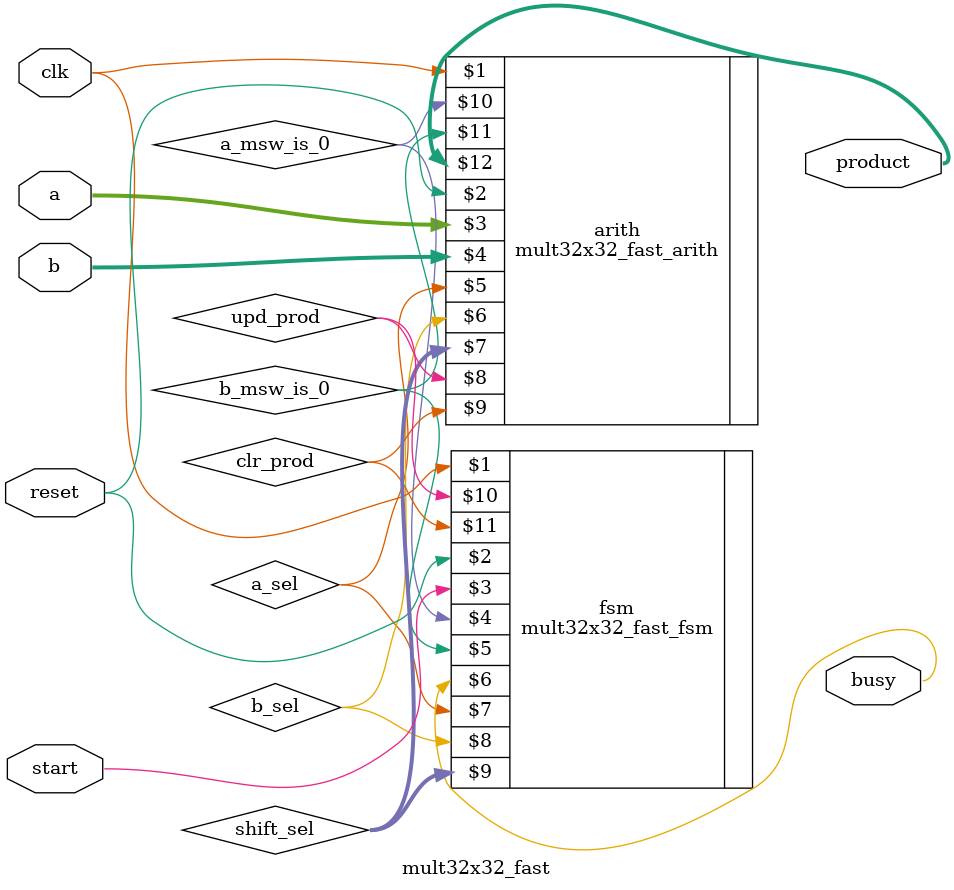
<source format=sv>
module mult32x32_fast (
    input logic clk,            // Clock
    input logic reset,          // Reset
    input logic start,          // Start signal
    input logic [31:0] a,       // Input a
    input logic [31:0] b,       // Input b
    output logic busy,          // Multiplier busy indication
    output logic [63:0] product // Miltiplication product
);

// Put your code here
// ------------------

logic a_sel;
logic b_sel;
logic a_msw_is_0;
logic b_msw_is_0;
logic [1:0] shift_sel;
logic upd_prod;
logic clr_prod;

mult32x32_fast_arith arith(
    clk, reset,
    a, b, a_sel, b_sel,
    shift_sel,
    upd_prod, clr_prod,
    a_msw_is_0, b_msw_is_0,
    product
);

mult32x32_fast_fsm fsm(
    clk, reset,
    start,
    a_msw_is_0, b_msw_is_0,
    busy,
    a_sel, b_sel, shift_sel,
    upd_prod, clr_prod
);

// End of your code

endmodule

</source>
